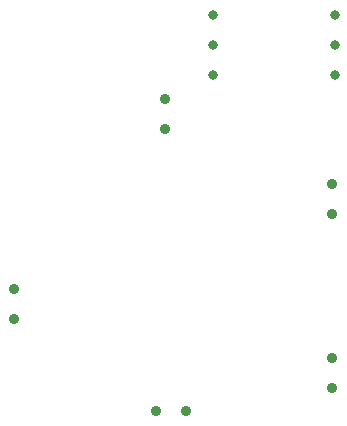
<source format=gbr>
%TF.GenerationSoftware,Altium Limited,Altium Designer,23.1.1 (15)*%
G04 Layer_Color=0*
%FSLAX45Y45*%
%MOMM*%
%TF.SameCoordinates,F4A38F5F-7573-45F4-85F0-394A54BF6D4C*%
%TF.FilePolarity,Positive*%
%TF.FileFunction,Plated,1,2,PTH,Drill*%
%TF.Part,Single*%
G01*
G75*
%TA.AperFunction,ComponentDrill*%
%ADD25C,0.90000*%
%ADD26C,0.80000*%
%ADD27C,0.90000*%
D25*
X5384800Y9105900D02*
D03*
Y9359900D02*
D03*
Y10833100D02*
D03*
Y10579100D02*
D03*
X2692400Y9690100D02*
D03*
Y9944100D02*
D03*
X3975100Y11303000D02*
D03*
Y11557000D02*
D03*
D26*
X5410200Y12268200D02*
D03*
Y11760200D02*
D03*
Y12014200D02*
D03*
X4380200Y11760200D02*
D03*
Y12014200D02*
D03*
Y12268200D02*
D03*
D27*
X3898900Y8915400D02*
D03*
X4152900D02*
D03*
%TF.MD5,99663ec71b65c8a8bf16f91c2b162041*%
M02*

</source>
